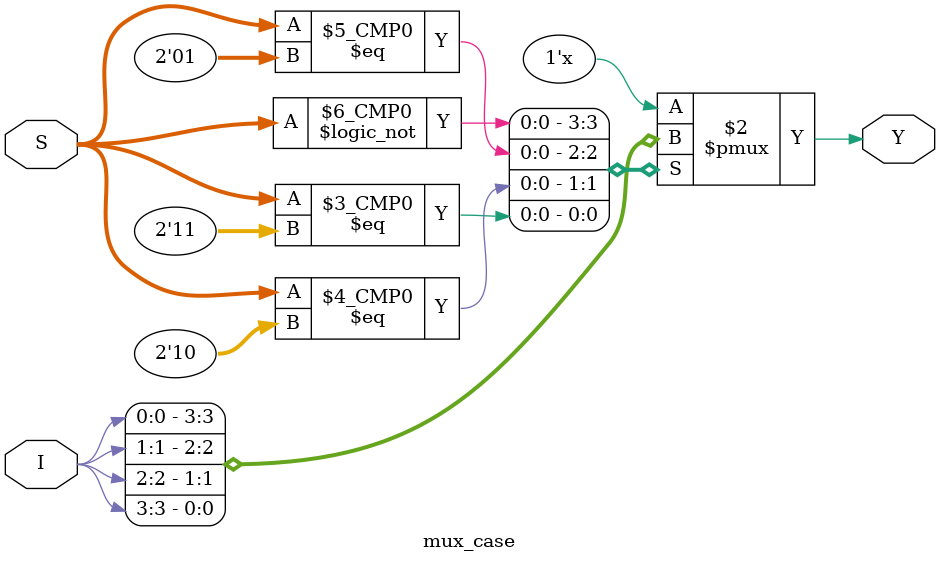
<source format=v>
module mux_case
(
    input [3:0] I,
    input [1:0] S,
    output reg Y
);
    
    always @(*)
        begin
            case(S)
            2'b00: Y = I[0];
            2'b01: Y = I[1];
            2'b10: Y = I[2];
            2'b11: Y = I[3];
            default: Y = I[0];
            endcase
        end
endmodule
</source>
